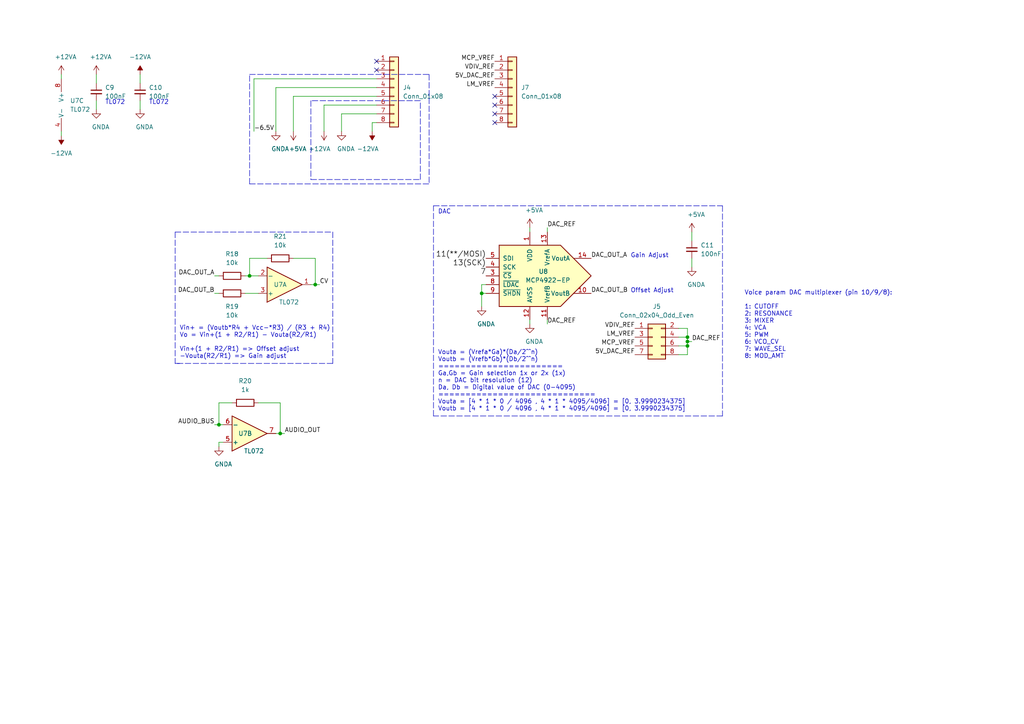
<source format=kicad_sch>
(kicad_sch (version 20211123) (generator eeschema)
  (paper "A4")
  (lib_symbols
    (symbol "Amplifier_Operational:TL072" (pin_names (offset 0.127))
      (property "Reference" "U" (at 0 5.08 0))
      (property "Value" "TL072" (at 0 -5.08 0))
      (symbol "TL072_1_1"
        (polyline (pts (xy -5.08 5.08) (xy 5.08 0) (xy -5.08 -5.08) (xy -5.08 5.08)) (stroke (width 0.254)) (fill (type background)))
        (pin output line (at 7.62 0 180) (length 2.54) (name "~") (number "1"))
        (pin input line (at -7.62 -2.54 0) (length 2.54) (name "-") (number "2"))
        (pin input line (at -7.62 2.54 0) (length 2.54) (name "+") (number "3"))
      )
      (symbol "TL072_2_1"
        (polyline (pts (xy -5.08 5.08) (xy 5.08 0) (xy -5.08 -5.08) (xy -5.08 5.08)) (stroke (width 0.254)) (fill (type background)))
        (pin input line (at -7.62 2.54 0) (length 2.54) (name "+") (number "5"))
        (pin input line (at -7.62 -2.54 0) (length 2.54) (name "-") (number "6"))
        (pin output line (at 7.62 0 180) (length 2.54) (name "~") (number "7"))
      )
      (symbol "TL072_3_1"
        (pin power_in line (at -2.54 -7.62 90) (length 3.81) (name "V-") (number "4"))
        (pin power_in line (at -2.54 7.62 270) (length 3.81) (name "V+") (number "8"))
      )
    )
    (symbol "Analog_DAC:MCP4922-EP" (pin_names (offset 1.016))
      (property "Reference" "U" (at -10.16 10.16 0))
      (property "Value" "MCP4922-EP" (at 3.81 10.16 0))
      (symbol "MCP4922-EP_0_1"
        (polyline (pts (xy -11.43 8.89) (xy 6.35 8.89) (xy 15.24 0) (xy 6.35 -8.89) (xy -11.43 -8.89) (xy -11.43 8.89)) (stroke (width 0.254)) (fill (type background)))
      )
      (symbol "MCP4922-EP_1_1"
        (pin power_in line (at -2.54 12.7 270) (length 3.81) (name "VDD") (number "1"))
        (pin passive line (at 15.24 -5.08 180) (length 5.08) (name "VoutB") (number "10"))
        (pin passive line (at 2.54 -12.7 90) (length 3.81) (name "VrefB") (number "11"))
        (pin power_in line (at -2.54 -12.7 90) (length 3.81) (name "AVSS") (number "12"))
        (pin passive line (at 2.54 12.7 270) (length 3.81) (name "VrefA") (number "13"))
        (pin passive line (at 15.24 5.08 180) (length 5.08) (name "VoutA") (number "14"))
        (pin no_connect line (at -5.08 -12.7 90) (length 2.54) hide (name "NC") (number "2"))
        (pin input line (at -15.24 0 0) (length 3.81) (name "~{CS}") (number "3"))
        (pin input line (at -15.24 2.54 0) (length 3.81) (name "SCK") (number "4"))
        (pin input line (at -15.24 5.08 0) (length 3.81) (name "SDI") (number "5"))
        (pin no_connect line (at -7.62 -12.7 90) (length 2.54) hide (name "NC") (number "6"))
        (pin no_connect line (at -10.16 -12.7 90) (length 2.54) hide (name "NC") (number "7"))
        (pin input line (at -15.24 -2.54 0) (length 3.81) (name "~{LDAC}") (number "8"))
        (pin input line (at -15.24 -5.08 0) (length 3.81) (name "~{SHDN}") (number "9"))
      )
    )
    (symbol "Connector_Generic:Conn_01x08" (pin_names (offset 1.016) hide)
      (property "Reference" "J" (at 0 10.16 0))
      (property "Value" "Conn_01x08" (at 0 -12.7 0))
      (symbol "Conn_01x08_1_1"
        (rectangle (start -1.27 -10.033) (end 0 -10.287) (stroke (width 0.1524)))
        (rectangle (start -1.27 -7.493) (end 0 -7.747) (stroke (width 0.1524)))
        (rectangle (start -1.27 -4.953) (end 0 -5.207) (stroke (width 0.1524)))
        (rectangle (start -1.27 -2.413) (end 0 -2.667) (stroke (width 0.1524)))
        (rectangle (start -1.27 0.127) (end 0 -0.127) (stroke (width 0.1524)))
        (rectangle (start -1.27 2.667) (end 0 2.413) (stroke (width 0.1524)))
        (rectangle (start -1.27 5.207) (end 0 4.953) (stroke (width 0.1524)))
        (rectangle (start -1.27 7.747) (end 0 7.493) (stroke (width 0.1524)))
        (rectangle (start -1.27 8.89) (end 1.27 -11.43) (stroke (width 0.254)) (fill (type background)))
        (pin passive line (at -5.08 7.62 0) (length 3.81) (name "Pin_1") (number "1"))
        (pin passive line (at -5.08 5.08 0) (length 3.81) (name "Pin_2") (number "2"))
        (pin passive line (at -5.08 2.54 0) (length 3.81) (name "Pin_3") (number "3"))
        (pin passive line (at -5.08 0 0) (length 3.81) (name "Pin_4") (number "4"))
        (pin passive line (at -5.08 -2.54 0) (length 3.81) (name "Pin_5") (number "5"))
        (pin passive line (at -5.08 -5.08 0) (length 3.81) (name "Pin_6") (number "6"))
        (pin passive line (at -5.08 -7.62 0) (length 3.81) (name "Pin_7") (number "7"))
        (pin passive line (at -5.08 -10.16 0) (length 3.81) (name "Pin_8") (number "8"))
      )
    )
    (symbol "Connector_Generic:Conn_02x04_Odd_Even" (pin_names (offset 1.016) hide)
      (property "Reference" "J" (at 1.27 5.08 0))
      (property "Value" "Conn_02x04_Odd_Even" (at 1.27 -7.62 0))
      (symbol "Conn_02x04_Odd_Even_1_1"
        (rectangle (start -1.27 -4.953) (end 0 -5.207) (stroke (width 0.1524)))
        (rectangle (start -1.27 -2.413) (end 0 -2.667) (stroke (width 0.1524)))
        (rectangle (start -1.27 0.127) (end 0 -0.127) (stroke (width 0.1524)))
        (rectangle (start -1.27 2.667) (end 0 2.413) (stroke (width 0.1524)))
        (rectangle (start -1.27 3.81) (end 3.81 -6.35) (stroke (width 0.254)) (fill (type background)))
        (rectangle (start 3.81 -4.953) (end 2.54 -5.207) (stroke (width 0.1524)))
        (rectangle (start 3.81 -2.413) (end 2.54 -2.667) (stroke (width 0.1524)))
        (rectangle (start 3.81 0.127) (end 2.54 -0.127) (stroke (width 0.1524)))
        (rectangle (start 3.81 2.667) (end 2.54 2.413) (stroke (width 0.1524)))
        (pin passive line (at -5.08 2.54 0) (length 3.81) (name "Pin_1") (number "1"))
        (pin passive line (at 7.62 2.54 180) (length 3.81) (name "Pin_2") (number "2"))
        (pin passive line (at -5.08 0 0) (length 3.81) (name "Pin_3") (number "3"))
        (pin passive line (at 7.62 0 180) (length 3.81) (name "Pin_4") (number "4"))
        (pin passive line (at -5.08 -2.54 0) (length 3.81) (name "Pin_5") (number "5"))
        (pin passive line (at 7.62 -2.54 180) (length 3.81) (name "Pin_6") (number "6"))
        (pin passive line (at -5.08 -5.08 0) (length 3.81) (name "Pin_7") (number "7"))
        (pin passive line (at 7.62 -5.08 180) (length 3.81) (name "Pin_8") (number "8"))
      )
    )
    (symbol "Device:C_Small" (pin_numbers hide) (pin_names (offset 0.254) hide)
      (property "Reference" "C" (at 0.254 1.778 0))
      (property "Value" "C_Small" (at 0.254 -2.032 0))
      (symbol "C_Small_0_1"
        (polyline (pts (xy -1.524 -0.508) (xy 1.524 -0.508)) (stroke (width 0.3302)))
        (polyline (pts (xy -1.524 0.508) (xy 1.524 0.508)) (stroke (width 0.3048)))
      )
      (symbol "C_Small_1_1"
        (pin passive line (at 0 2.54 270) (length 2.032) (name "~") (number "1"))
        (pin passive line (at 0 -2.54 90) (length 2.032) (name "~") (number "2"))
      )
    )
    (symbol "Device:R" (pin_numbers hide) (pin_names (offset 0))
      (property "Reference" "R" (at 2.032 0 90))
      (property "Value" "R" (at 0 0 90))
      (symbol "R_0_1"
        (rectangle (start -1.016 -2.54) (end 1.016 2.54) (stroke (width 0.254)))
      )
      (symbol "R_1_1"
        (pin passive line (at 0 3.81 270) (length 1.27) (name "~") (number "1"))
        (pin passive line (at 0 -3.81 90) (length 1.27) (name "~") (number "2"))
      )
    )
    (symbol "power:+12VA" (power) (pin_names (offset 0))
      (property "Value" "+12VA" (at 0 3.556 0))
      (symbol "+12VA_0_1"
        (polyline (pts (xy -0.762 1.27) (xy 0 2.54)))
        (polyline (pts (xy 0 0) (xy 0 2.54)))
        (polyline (pts (xy 0 2.54) (xy 0.762 1.27)))
      )
      (symbol "+12VA_1_1"
        (pin power_in line (at 0 0 90) (length 0) hide (name "+12VA") (number "1"))
      )
    )
    (symbol "power:+5VA" (power) (pin_names (offset 0))
      (property "Value" "+5VA" (at 0 3.556 0))
      (symbol "+5VA_0_1"
        (polyline (pts (xy -0.762 1.27) (xy 0 2.54)))
        (polyline (pts (xy 0 0) (xy 0 2.54)))
        (polyline (pts (xy 0 2.54) (xy 0.762 1.27)))
      )
      (symbol "+5VA_1_1"
        (pin power_in line (at 0 0 90) (length 0) hide (name "+5VA") (number "1"))
      )
    )
    (symbol "power:-12VA" (power) (pin_names (offset 0))
      (property "Value" "-12VA" (at 0 3.556 0))
      (symbol "-12VA_0_0"
        (pin power_in line (at 0 0 90) (length 0) hide (name "-12VA") (number "1"))
      )
      (symbol "-12VA_0_1"
        (polyline (pts (xy 0 0) (xy 0 1.27) (xy 0.762 1.27) (xy 0 2.54) (xy -0.762 1.27) (xy 0 1.27)) (fill (type outline)))
      )
    )
    (symbol "power:GNDA" (power) (pin_names (offset 0))
      (property "Value" "GNDA" (at 0 -3.81 0))
      (symbol "GNDA_0_1"
        (polyline (pts (xy 0 0) (xy 0 -1.27) (xy 1.27 -1.27) (xy 0 -2.54) (xy -1.27 -1.27) (xy 0 -1.27)))
      )
      (symbol "GNDA_1_1"
        (pin power_in line (at 0 0 270) (length 0) hide (name "GNDA") (number "1"))
      )
    )
  )
  (junction (at 63.5 123.19))
  (junction (at 91.44 82.55))
  (junction (at 199.39 99.06))
  (junction (at 139.7 85.09))
  (junction (at 199.39 97.79))
  (junction (at 81.28 125.73))
  (junction (at 199.39 100.33))
  (junction (at 72.39 80.01))
  (no_connect (at 109.22 17.78))
  (no_connect (at 109.22 20.32))
  (no_connect (at 143.51 35.56))
  (no_connect (at 143.51 30.48))
  (no_connect (at 143.51 27.94))
  (no_connect (at 143.51 33.02))
  (polyline (pts (xy 121.92 29.21) (xy 90.17 29.21)))
  (wire (pts (xy 140.97 82.55) (xy 139.7 82.55)))
  (polyline (pts (xy 125.73 120.65) (xy 125.73 59.69)))
  (wire (pts (xy 99.06 33.02) (xy 109.22 33.02)))
  (wire (pts (xy 85.09 38.1) (xy 85.09 27.94)))
  (wire (pts (xy 107.95 35.56) (xy 109.22 35.56)))
  (wire (pts (xy 199.39 97.79) (xy 199.39 99.06)))
  (polyline (pts (xy 124.46 21.59) (xy 124.46 53.34)))
  (polyline (pts (xy 72.39 21.59) (xy 124.46 21.59)))
  (wire (pts (xy 27.94 24.13) (xy 27.94 21.59)))
  (wire (pts (xy 91.44 74.93) (xy 85.09 74.93)))
  (wire (pts (xy 40.64 31.75) (xy 40.64 29.21)))
  (polyline (pts (xy 72.39 53.34) (xy 124.46 53.34)))
  (wire (pts (xy 99.06 38.1) (xy 99.06 33.02)))
  (wire (pts (xy 73.66 22.86) (xy 73.66 38.1)))
  (wire (pts (xy 199.39 99.06) (xy 199.39 100.33)))
  (polyline (pts (xy 125.73 59.69) (xy 209.55 59.69)))
  (wire (pts (xy 27.94 31.75) (xy 27.94 29.21)))
  (wire (pts (xy 72.39 80.01) (xy 74.93 80.01)))
  (wire (pts (xy 153.67 66.04) (xy 153.67 67.31)))
  (wire (pts (xy 91.44 82.55) (xy 90.17 82.55)))
  (wire (pts (xy 71.12 85.09) (xy 74.93 85.09)))
  (wire (pts (xy 199.39 99.06) (xy 200.66 99.06)))
  (wire (pts (xy 62.23 123.19) (xy 63.5 123.19)))
  (wire (pts (xy 199.39 95.25) (xy 199.39 97.79)))
  (wire (pts (xy 139.7 85.09) (xy 140.97 85.09)))
  (wire (pts (xy 153.67 93.98) (xy 153.67 92.71)))
  (wire (pts (xy 196.85 100.33) (xy 199.39 100.33)))
  (wire (pts (xy 199.39 100.33) (xy 199.39 102.87)))
  (wire (pts (xy 200.66 69.85) (xy 200.66 67.31)))
  (wire (pts (xy 196.85 97.79) (xy 199.39 97.79)))
  (wire (pts (xy 63.5 128.27) (xy 64.77 128.27)))
  (polyline (pts (xy 50.8 105.41) (xy 52.07 105.41)))
  (wire (pts (xy 63.5 129.54) (xy 63.5 128.27)))
  (wire (pts (xy 85.09 27.94) (xy 109.22 27.94)))
  (wire (pts (xy 91.44 82.55) (xy 91.44 74.93)))
  (wire (pts (xy 81.28 125.73) (xy 82.55 125.73)))
  (wire (pts (xy 139.7 85.09) (xy 139.7 88.9)))
  (wire (pts (xy 74.93 116.84) (xy 81.28 116.84)))
  (polyline (pts (xy 209.55 59.69) (xy 209.55 120.65)))
  (wire (pts (xy 200.66 77.47) (xy 200.66 74.93)))
  (wire (pts (xy 199.39 102.87) (xy 196.85 102.87)))
  (wire (pts (xy 158.75 67.31) (xy 158.75 66.04)))
  (wire (pts (xy 196.85 95.25) (xy 199.39 95.25)))
  (wire (pts (xy 72.39 74.93) (xy 72.39 80.01)))
  (wire (pts (xy 80.01 25.4) (xy 80.01 38.1)))
  (polyline (pts (xy 50.8 67.31) (xy 50.8 105.41)))
  (polyline (pts (xy 72.39 53.34) (xy 72.39 21.59)))
  (wire (pts (xy 109.22 22.86) (xy 73.66 22.86)))
  (wire (pts (xy 158.75 93.98) (xy 158.75 92.71)))
  (polyline (pts (xy 90.17 52.07) (xy 121.92 52.07)))
  (wire (pts (xy 139.7 82.55) (xy 139.7 85.09)))
  (wire (pts (xy 62.23 80.01) (xy 63.5 80.01)))
  (wire (pts (xy 71.12 80.01) (xy 72.39 80.01)))
  (polyline (pts (xy 50.8 67.31) (xy 96.52 67.31)))
  (wire (pts (xy 63.5 116.84) (xy 67.31 116.84)))
  (polyline (pts (xy 96.52 67.31) (xy 96.52 105.41)))
  (wire (pts (xy 81.28 116.84) (xy 81.28 125.73)))
  (wire (pts (xy 93.98 38.1) (xy 93.98 30.48)))
  (polyline (pts (xy 90.17 38.1) (xy 90.17 52.07)))
  (wire (pts (xy 109.22 25.4) (xy 80.01 25.4)))
  (wire (pts (xy 92.71 82.55) (xy 91.44 82.55)))
  (polyline (pts (xy 121.92 52.07) (xy 121.92 29.21)))
  (wire (pts (xy 63.5 123.19) (xy 63.5 116.84)))
  (polyline (pts (xy 90.17 29.21) (xy 90.17 38.1)))
  (wire (pts (xy 40.64 24.13) (xy 40.64 21.59)))
  (wire (pts (xy 77.47 74.93) (xy 72.39 74.93)))
  (wire (pts (xy 62.23 85.09) (xy 63.5 85.09)))
  (wire (pts (xy 63.5 123.19) (xy 64.77 123.19)))
  (wire (pts (xy 93.98 30.48) (xy 109.22 30.48)))
  (polyline (pts (xy 96.52 105.41) (xy 50.8 105.41)))
  (wire (pts (xy 81.28 125.73) (xy 80.01 125.73)))
  (wire (pts (xy 107.95 38.1) (xy 107.95 35.56)))
  (wire (pts (xy 17.78 39.37) (xy 17.78 38.1)))
  (polyline (pts (xy 209.55 120.65) (xy 125.73 120.65)))
  (wire (pts (xy 17.78 21.59) (xy 17.78 22.86)))
  (text "Vin+ = (Voutb*R4 + Vcc-*R3) / (R3 + R4)\nVo = Vin+(1 + R2/R1) - Vouta(R2/R1)\n\nVin+(1 + R2/R1) => Offset adjust\n-Vouta(R2/R1) => Gain adjust" (at 52.07 104.14 0) (effects (font (size 1.27 1.27)) (justify left bottom)))
  (text "Vouta = (Vrefa*Ga)*(Da/2^^n)\nVoutb = (Vrefb*Gb)*(Db/2^^n)\n=======================\nGa,Gb = Gain selection 1x or 2x (1x)\nn = DAC bit resolution (12)\nDa, Db = Digital value of DAC (0-4095)\n=============================\nVouta = [4 * 1 * 0 / 4096 , 4 * 1 * 4095/4096] = [0, 3.9990234375]\nVoutb = [4 * 1 * 0 / 4096 , 4 * 1 * 4095/4096] = [0, 3.9990234375]" (at 127 119.38 0) (effects (font (size 1.27 1.27)) (justify left bottom)))
  (text "Gain Adjust" (at 182.88 74.93 0) (effects (font (size 1.27 1.27)) (justify left bottom)))
  (text "Offset Adjust" (at 182.88 85.09 0) (effects (font (size 1.27 1.27)) (justify left bottom)))
  (text "Voice param DAC multiplexer (pin 10/9/8):\n\n1: CUTOFF\n2: RESONANCE\n3: MIXER\n4: VCA\n5: PWM\n6: VCO_CV\n7: WAVE_SEL\n8: MOD_AMT" (at 215.9 104.14 0) (effects (font (size 1.27 1.27)) (justify left bottom)))
  (text "TL072" (at 43.18 30.48 0) (effects (font (size 1.27 1.27)) (justify left bottom)))
  (text "DAC" (at 127 62.23 0) (effects (font (size 1.27 1.27)) (justify left bottom)))
  (text "TL072" (at 30.48 30.48 0) (effects (font (size 1.27 1.27)) (justify left bottom)))
  (label "13(SCK)" (at 140.97 77.47 180) (effects (font (size 1.524 1.524))))
  (label "-6.5V" (at 73.66 38.1 0))
  (label "DAC_REF" (at 158.75 93.98 0))
  (label "7" (at 140.97 80.01 180) (effects (font (size 1.524 1.524))))
  (label "DAC_REF" (at 200.66 99.06 0))
  (label "MCP_VREF" (at 143.51 17.78 180))
  (label "5V_DAC_REF" (at 184.15 102.87 180))
  (label "AUDIO_OUT" (at 82.55 125.73 0))
  (label "AUDIO_BUS" (at 62.23 123.19 180))
  (label "5V_DAC_REF" (at 143.51 22.86 180))
  (label "LM_VREF" (at 143.51 25.4 180))
  (label "DAC_OUT_B" (at 171.45 85.09 0))
  (label "VDIV_REF" (at 143.51 20.32 180))
  (label "DAC_OUT_B" (at 62.23 85.09 180))
  (label "DAC_REF" (at 158.75 66.04 0))
  (label "DAC_OUT_A" (at 62.23 80.01 180))
  (label "VDIV_REF" (at 184.15 95.25 180))
  (label "11(**/MOSI)" (at 140.97 74.93 180) (effects (font (size 1.524 1.524))))
  (label "LM_VREF" (at 184.15 97.79 180))
  (label "CV" (at 92.71 82.55 0))
  (label "MCP_VREF" (at 184.15 100.33 180))
  (label "DAC_OUT_A" (at 171.45 74.93 0))
  (symbol (lib_id "power:-12VA") (at 17.78 39.37 180) (unit 1)
    (property "Reference" "#PWR055" (effects hide))
    (property "Value" "-12VA" (at 17.78 44.45 0))
  )
  (symbol (lib_id "power:GNDA") (at 40.64 31.75 0) (unit 1)
    (property "Reference" "#PWR059" (effects hide))
    (property "Value" "GNDA" (at 41.91 36.83 0))
  )
  (symbol (lib_id "power:+12VA") (at 27.94 21.59 0) (unit 1)
    (property "Reference" "#PWR056" (effects hide))
    (property "Value" "+12VA" (at 29.21 16.51 0))
  )
  (symbol (lib_id "power:+5VA") (at 200.66 67.31 0) (unit 1)
    (property "Reference" "#PWR071" (effects hide))
    (property "Value" "+5VA" (at 201.93 62.23 0))
  )
  (symbol (lib_id "Device:C_Small") (at 40.64 26.67 0) (unit 1)
    (property "Reference" "C10" (at 43.18 25.4 0) (effects (justify left)))
    (property "Value" "100nF" (at 43.18 27.94 0) (effects (justify left)))
    (property "Footprint" "Capacitor_THT:C_Disc_D4.7mm_W2.5mm_P5.00mm" (effects hide))
  )
  (symbol (lib_id "power:+5VA") (at 153.67 66.04 0) (unit 1)
    (property "Reference" "#PWR069" (effects hide))
    (property "Value" "+5VA" (at 154.94 60.96 0))
  )
  (symbol (lib_id "Device:R") (at 67.31 80.01 270) (unit 1)
    (property "Reference" "R18" (at 67.31 73.66 90))
    (property "Value" "10k" (at 67.31 76.2 90))
    (property "Footprint" "Resistor_THT:R_Axial_DIN0207_L6.3mm_D2.5mm_P7.62mm_Horizontal" (effects hide))
  )
  (symbol (lib_id "power:GNDA") (at 99.06 38.1 0) (unit 1)
    (property "Reference" "#PWR066" (effects hide))
    (property "Value" "GNDA" (at 100.33 43.18 0))
  )
  (symbol (lib_id "Amplifier_Operational:TL072") (at 20.32 30.48 0) (unit 3)
    (property "Reference" "U7" (at 20.32 29.21 0) (effects (justify left)))
    (property "Value" "TL072" (at 20.32 31.75 0) (effects (justify left)))
    (property "Footprint" "Package_DIP:DIP-8_W7.62mm_Socket_LongPads" (effects hide))
    (property "Datasheet" "http://www.ti.com/lit/ds/symlink/tl071.pdf" (effects hide))
  )
  (symbol (lib_id "power:GNDA") (at 200.66 77.47 0) (unit 1)
    (property "Reference" "#PWR072" (effects hide))
    (property "Value" "GNDA" (at 201.93 82.55 0))
  )
  (symbol (lib_id "Device:R") (at 67.31 85.09 270) (unit 1)
    (property "Reference" "R19" (at 67.31 88.9 90))
    (property "Value" "10k" (at 67.31 91.44 90))
    (property "Footprint" "Resistor_THT:R_Axial_DIN0207_L6.3mm_D2.5mm_P7.62mm_Horizontal" (effects hide))
  )
  (symbol (lib_id "Device:C_Small") (at 27.94 26.67 0) (unit 1)
    (property "Reference" "C9" (at 30.48 25.4 0) (effects (justify left)))
    (property "Value" "100nF" (at 30.48 27.94 0) (effects (justify left)))
    (property "Footprint" "Capacitor_THT:C_Disc_D4.7mm_W2.5mm_P5.00mm" (effects hide))
  )
  (symbol (lib_id "Amplifier_Operational:TL072") (at 82.55 82.55 0) (mirror x) (unit 1)
    (property "Reference" "U7" (at 81.28 82.55 0))
    (property "Value" "TL072" (at 83.82 87.63 0))
    (property "Footprint" "Package_DIP:DIP-8_W7.62mm_Socket_LongPads" (effects hide))
    (property "Datasheet" "http://www.ti.com/lit/ds/symlink/tl071.pdf" (effects hide))
  )
  (symbol (lib_id "Device:R") (at 71.12 116.84 270) (unit 1)
    (property "Reference" "R20" (at 71.12 110.49 90))
    (property "Value" "1k" (at 71.12 113.03 90))
    (property "Footprint" "Resistor_THT:R_Axial_DIN0207_L6.3mm_D2.5mm_P7.62mm_Horizontal" (effects hide))
  )
  (symbol (lib_id "power:GNDA") (at 63.5 129.54 0) (unit 1)
    (property "Reference" "#PWR061" (effects hide))
    (property "Value" "GNDA" (at 64.77 134.62 0))
  )
  (symbol (lib_id "Device:R") (at 81.28 74.93 270) (unit 1)
    (property "Reference" "R21" (at 81.28 68.58 90))
    (property "Value" "10k" (at 81.28 71.12 90))
    (property "Footprint" "Resistor_THT:R_Axial_DIN0207_L6.3mm_D2.5mm_P7.62mm_Horizontal" (effects hide))
  )
  (symbol (lib_id "Connector_Generic:Conn_01x08") (at 114.3 25.4 0) (unit 1)
    (property "Reference" "J4" (at 116.84 25.3999 0) (effects (justify left)))
    (property "Value" "Conn_01x08" (at 116.84 27.9399 0) (effects (justify left)))
    (property "Footprint" "Connector_PinHeader_2.54mm:PinHeader_1x08_P2.54mm_Vertical" (effects hide))
  )
  (symbol (lib_id "Device:C_Small") (at 200.66 72.39 0) (unit 1)
    (property "Reference" "C11" (at 203.2 71.12 0) (effects (justify left)))
    (property "Value" "100nF" (at 203.2 73.66 0) (effects (justify left)))
    (property "Footprint" "Capacitor_THT:C_Disc_D4.7mm_W2.5mm_P5.00mm" (effects hide))
  )
  (symbol (lib_id "power:+12VA") (at 93.98 38.1 180) (unit 1)
    (property "Reference" "#PWR065" (effects hide))
    (property "Value" "+12VA" (at 92.71 43.18 0))
  )
  (symbol (lib_id "Amplifier_Operational:TL072") (at 72.39 125.73 0) (mirror x) (unit 2)
    (property "Reference" "U7" (at 71.12 125.73 0))
    (property "Value" "TL072" (at 73.66 130.81 0))
    (property "Footprint" "Package_DIP:DIP-8_W7.62mm_Socket_LongPads" (effects hide))
    (property "Datasheet" "http://www.ti.com/lit/ds/symlink/tl071.pdf" (effects hide))
  )
  (symbol (lib_id "Analog_DAC:MCP4922-EP") (at 156.21 80.01 0) (unit 1)
    (property "Reference" "U8" (at 156.21 78.74 0) (effects (justify left)))
    (property "Value" "MCP4922-EP" (at 152.4 81.28 0) (effects (justify left)))
    (property "Footprint" "Package_DIP:DIP-14_W7.62mm_Socket_LongPads" (effects hide))
    (property "Datasheet" "http://ww1.microchip.com/downloads/en/devicedoc/21897a.pdf" (effects hide))
  )
  (symbol (lib_id "power:GNDA") (at 153.67 93.98 0) (unit 1)
    (property "Reference" "#PWR070" (effects hide))
    (property "Value" "GNDA" (at 154.94 99.06 0))
  )
  (symbol (lib_id "power:+5VA") (at 85.09 38.1 0) (mirror x) (unit 1)
    (property "Reference" "#PWR064" (effects hide))
    (property "Value" "+5VA" (at 86.36 43.18 0))
  )
  (symbol (lib_id "Connector_Generic:Conn_02x04_Odd_Even") (at 189.23 97.79 0) (unit 1)
    (property "Reference" "J5" (at 190.5 88.9 0))
    (property "Value" "Conn_02x04_Odd_Even" (at 190.5 91.44 0))
    (property "Footprint" "Connector_PinHeader_2.54mm:PinHeader_2x04_P2.54mm_Vertical" (effects hide))
  )
  (symbol (lib_id "power:+12VA") (at 17.78 21.59 0) (unit 1)
    (property "Reference" "#PWR054" (effects hide))
    (property "Value" "+12VA" (at 19.05 16.51 0))
  )
  (symbol (lib_id "power:-12VA") (at 107.95 38.1 180) (unit 1)
    (property "Reference" "#PWR067" (effects hide))
    (property "Value" "-12VA" (at 106.68 43.18 0))
  )
  (symbol (lib_id "Connector_Generic:Conn_01x08") (at 148.59 25.4 0) (unit 1)
    (property "Reference" "J7" (at 151.13 25.3999 0) (effects (justify left)))
    (property "Value" "Conn_01x08" (at 151.13 27.9399 0) (effects (justify left)))
    (property "Footprint" "Connector_PinHeader_2.54mm:PinHeader_1x08_P2.54mm_Vertical" (effects hide))
  )
  (symbol (lib_id "power:GNDA") (at 80.01 38.1 0) (unit 1)
    (property "Reference" "#PWR063" (effects hide))
    (property "Value" "GNDA" (at 81.28 43.18 0))
  )
  (symbol (lib_id "power:-12VA") (at 40.64 21.59 0) (unit 1)
    (property "Reference" "#PWR058" (effects hide))
    (property "Value" "-12VA" (at 40.64 16.51 0))
  )
  (symbol (lib_id "power:GNDA") (at 27.94 31.75 0) (unit 1)
    (property "Reference" "#PWR057" (effects hide))
    (property "Value" "GNDA" (at 29.21 36.83 0))
  )
  (symbol (lib_id "power:GNDA") (at 139.7 88.9 0) (unit 1)
    (property "Reference" "#PWR068" (effects hide))
    (property "Value" "GNDA" (at 140.97 93.98 0))
  )
)
</source>
